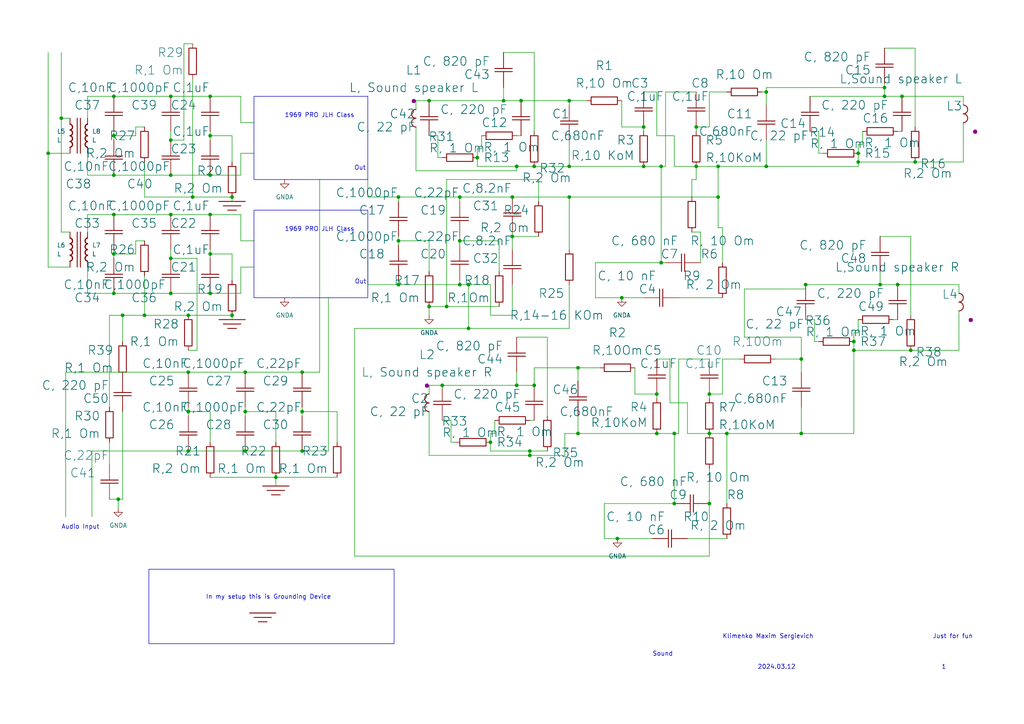
<source format=kicad_sch>
(kicad_sch (version 20231120) (generator "eeschema") (generator_version "8.0")
  (paper "A4")
  (lib_symbols
    (symbol "PCM_4ms_Power-symbol:GNDAudio" (power) (pin_numbers hide) (pin_names (offset 0) hide)
      (property "Value" "GNDAudio" (at 0 -3.81 0))
      (symbol "GNDAudio_1_1"
        (pin power_in line (at 0 0 270) (length 0) hide (name "GNDA") (number "1"))
      )
    )
    (symbol "PCM_Elektuur:L" (pin_numbers hide) (pin_names (offset 0) hide)
      (property "Reference" "L" (at 2.54 3.175 0))
      (property "Value" "L" (at 2.54 -3.175 0))
      (symbol "L_1_0"
        (pin passive line (at 0 5.08 270) (length 1.5748) (name "+") (number "1"))
        (pin passive line (at 0 -5.08 90) (length 1.5748) (name "-") (number "2"))
      )
    )
    (symbol "PCM_Generic:C,IEC" (pin_numbers hide) (pin_names (offset 0) hide)
      (property "Reference" "C" (at 2.54 2.54 0))
      (property "Value" "C,IEC" (at 2.54 -2.54 0))
      (property "Indicator" "+" (at -2.54 2.54 0))
      (symbol "C,IEC_1_1"
        (pin passive line (at 0 5.08 270) (length 4.6228) (name "+") (number "1"))
        (pin passive line (at 0 -5.08 90) (length 4.6228) (name "-") (number "2"))
      )
    )
    (symbol "PCM_Generic:L,current,IEC" (pin_numbers hide) (pin_names (offset 0) hide)
      (property "Reference" "L" (at 2.54 2.54 0))
      (property "Value" "L,current,IEC" (at 2.54 -2.54 0))
      (property "Indicator" "●" (at -1.27 1.27 0))
      (symbol "L,current,IEC_1_1"
        (pin passive line (at 0 2.54 0) (length 0) (name "+") (number "1"))
        (pin passive line (at 0 -2.54 0) (length 0) (name "-") (number "2"))
      )
    )
    (symbol "PCM_Generic:L-core,IEEE" (pin_numbers hide) (pin_names (offset 0) hide))
    (symbol "PCM_Generic:P,E" (power) (pin_numbers hide) (pin_names (offset 3.81))
      (symbol "P,E_1_1"
        (pin power_in line (at 0 0 0) (length 0) hide (name "E") (number "0"))
      )
    )
    (symbol "PCM_Generic:R,IEC" (pin_numbers hide) (pin_names (offset 0) hide)
      (property "Reference" "R" (at 2.54 2.54 0))
      (property "Value" "R,IEC" (at 2.54 -2.54 0))
      (symbol "R,IEC_1_1"
        (pin passive line (at 0 5.08 270) (length 1.27) (name "+") (number "1"))
        (pin passive line (at 0 -5.08 90) (length 1.27) (name "-") (number "2"))
      )
    )
  )
  (junction (at 33.02 50.8))
  (junction (at 167.64 125.73))
  (junction (at 205.74 114.3))
  (junction (at 165.1 48.26))
  (junction (at 49.53 50.8))
  (junction (at 201.93 36.83))
  (junction (at 191.77 48.26))
  (junction (at 60.96 73.66))
  (junction (at 49.53 74.93))
  (junction (at 13.97 44.45))
  (junction (at 41.91 91.44))
  (junction (at 264.16 101.6))
  (junction (at 129.54 88.9))
  (junction (at 195.58 125.73))
  (junction (at 165.1 57.15))
  (junction (at 49.53 62.23))
  (junction (at 190.5 125.73))
  (junction (at 54.61 107.95))
  (junction (at 135.89 82.55))
  (junction (at 247.65 99.06))
  (junction (at 191.77 76.2))
  (junction (at 195.58 146.05))
  (junction (at 201.93 48.26))
  (junction (at 148.59 57.15))
  (junction (at 115.57 57.15))
  (junction (at 233.68 82.55))
  (junction (at 138.43 45.72))
  (junction (at 60.96 27.94))
  (junction (at 142.24 128.27))
  (junction (at 35.56 91.44))
  (junction (at 17.78 34.29))
  (junction (at 115.57 82.55))
  (junction (at 71.12 119.38))
  (junction (at 34.29 144.78))
  (junction (at 149.86 48.26))
  (junction (at 87.63 119.38))
  (junction (at 49.53 40.64))
  (junction (at 60.96 50.8))
  (junction (at 190.5 114.3))
  (junction (at 133.35 82.55))
  (junction (at 135.89 95.25))
  (junction (at 33.02 39.37))
  (junction (at 222.25 48.26))
  (junction (at 248.92 44.45))
  (junction (at 80.01 138.43))
  (junction (at 255.27 82.55))
  (junction (at 71.12 130.81))
  (junction (at 71.12 107.95))
  (junction (at 179.07 156.21))
  (junction (at 49.53 27.94))
  (junction (at 222.25 26.67))
  (junction (at 60.96 39.37))
  (junction (at 208.28 57.15))
  (junction (at 146.05 29.21))
  (junction (at 115.57 69.85))
  (junction (at 186.69 48.26))
  (junction (at 33.02 27.94))
  (junction (at 232.41 104.14))
  (junction (at 205.74 146.05))
  (junction (at 260.35 82.55))
  (junction (at 133.35 57.15))
  (junction (at 265.43 46.99))
  (junction (at 210.82 125.73))
  (junction (at 186.69 36.83))
  (junction (at 87.63 107.95))
  (junction (at 208.28 48.26))
  (junction (at 154.94 111.76))
  (junction (at 54.61 119.38))
  (junction (at 54.61 91.44))
  (junction (at 154.94 48.26))
  (junction (at 124.46 88.9))
  (junction (at 67.31 91.44))
  (junction (at 247.65 101.6))
  (junction (at 87.63 130.81))
  (junction (at 54.61 130.81))
  (junction (at 60.96 85.09))
  (junction (at 167.64 106.68))
  (junction (at 33.02 62.23))
  (junction (at 55.88 57.15))
  (junction (at 153.67 130.81))
  (junction (at 49.53 85.09))
  (junction (at 256.54 25.4))
  (junction (at 151.13 29.21))
  (junction (at 205.74 125.73))
  (junction (at 180.34 86.36))
  (junction (at 33.02 73.66))
  (junction (at 128.27 111.76))
  (junction (at 248.92 46.99))
  (junction (at 165.1 29.21))
  (junction (at 133.35 69.85))
  (junction (at 261.62 27.94))
  (junction (at 124.46 29.21))
  (junction (at 256.54 27.94))
  (junction (at 153.67 132.08))
  (junction (at 149.86 111.76))
  (junction (at 232.41 125.73))
  (junction (at 33.02 85.09))
  (junction (at 148.59 68.58))
  (junction (at 60.96 62.23))
  (junction (at 67.31 57.15))
  (wire (pts (xy 148.59 68.58) (xy 148.59 72.39)))
  (wire (pts (xy 146.05 29.21) (xy 151.13 29.21)))
  (wire (pts (xy 25.4 34.29) (xy 25.4 27.94)))
  (wire (pts (xy 120.65 49.53) (xy 149.86 49.53)))
  (wire (pts (xy 247.65 99.06) (xy 247.65 101.6)))
  (wire (pts (xy 184.15 114.3) (xy 190.5 114.3)))
  (wire (pts (xy 236.22 99.06) (xy 236.22 92.71)))
  (wire (pts (xy 222.25 40.64) (xy 222.25 48.26)))
  (wire (pts (xy 210.82 125.73) (xy 210.82 146.05)))
  (wire (pts (xy 133.35 82.55) (xy 115.57 82.55)))
  (wire (pts (xy 120.65 29.21) (xy 124.46 29.21)))
  (wire (pts (xy 255.27 82.55) (xy 260.35 82.55)))
  (wire (pts (xy 133.35 57.15) (xy 148.59 57.15)))
  (wire (pts (xy 237.49 44.45) (xy 238.76 44.45)))
  (wire (pts (xy 13.97 15.24) (xy 13.97 44.45)))
  (wire (pts (xy 31.75 118.11) (xy 31.75 91.44)))
  (wire (pts (xy 248.92 92.71) (xy 248.92 96.52)))
  (wire (pts (xy 133.35 81.28) (xy 133.35 82.55)))
  (wire (pts (xy 120.65 31.75) (xy 120.65 29.21)))
  (wire (pts (xy 133.35 68.58) (xy 133.35 69.85)))
  (wire (pts (xy 135.89 82.55) (xy 133.35 82.55)))
  (wire (pts (xy 25.4 77.47) (xy 25.4 85.09)))
  (wire (pts (xy 149.86 111.76) (xy 154.94 111.76)))
  (wire (pts (xy 87.63 107.95) (xy 92.71 107.95)))
  (wire (pts (xy 222.25 26.67) (xy 222.25 30.48)))
  (wire (pts (xy 49.53 62.23) (xy 60.96 62.23)))
  (wire (pts (xy 54.61 91.44) (xy 67.31 91.44)))
  (wire (pts (xy 60.96 138.43) (xy 80.01 138.43)))
  (wire (pts (xy 67.31 57.15) (xy 67.31 58.42)))
  (wire (pts (xy 87.63 119.38) (xy 87.63 120.65)))
  (wire (pts (xy 26.67 130.81) (xy 26.67 149.86)))
  (wire (pts (xy 49.53 50.8) (xy 60.96 50.8)))
  (wire (pts (xy 191.77 48.26) (xy 191.77 76.2)))
  (wire (pts (xy 167.64 106.68) (xy 167.64 110.49)))
  (wire (pts (xy 209.55 66.04) (xy 208.28 66.04)))
  (wire (pts (xy 49.53 72.39) (xy 49.53 74.93)))
  (wire (pts (xy 124.46 69.85) (xy 124.46 78.74)))
  (wire (pts (xy 124.46 88.9) (xy 124.46 91.44)))
  (wire (pts (xy 209.55 114.3) (xy 205.74 114.3)))
  (wire (pts (xy 248.92 46.99) (xy 265.43 46.99)))
  (wire (pts (xy 102.87 95.25) (xy 135.89 95.25)))
  (wire (pts (xy 39.37 39.37) (xy 33.02 39.37)))
  (wire (pts (xy 180.34 36.83) (xy 180.34 29.21)))
  (wire (pts (xy 205.74 26.67) (xy 205.74 36.83)))
  (wire (pts (xy 148.59 91.44) (xy 148.59 82.55)))
  (wire (pts (xy 25.4 67.31) (xy 25.4 62.23)))
  (wire (pts (xy 195.58 146.05) (xy 195.58 125.73)))
  (wire (pts (xy 142.24 130.81) (xy 153.67 130.81)))
  (wire (pts (xy 186.69 36.83) (xy 186.69 38.1)))
  (wire (pts (xy 120.65 36.83) (xy 120.65 49.53)))
  (wire (pts (xy 199.39 125.73) (xy 205.74 125.73)))
  (wire (pts (xy 60.96 73.66) (xy 60.96 74.93)))
  (wire (pts (xy 205.74 36.83) (xy 201.93 36.83)))
  (wire (pts (xy 39.37 69.85) (xy 41.91 69.85)))
  (wire (pts (xy 142.24 128.27) (xy 142.24 130.81)))
  (wire (pts (xy 205.74 104.14) (xy 196.85 104.14)))
  (wire (pts (xy 25.4 27.94) (xy 33.02 27.94)))
  (wire (pts (xy 163.83 125.73) (xy 163.83 132.08)))
  (wire (pts (xy 35.56 91.44) (xy 35.56 99.06)))
  (wire (pts (xy 190.5 39.37) (xy 195.58 39.37)))
  (wire (pts (xy 232.41 104.14) (xy 232.41 107.95)))
  (wire (pts (xy 163.83 125.73) (xy 167.64 125.73)))
  (wire (pts (xy 201.93 52.07) (xy 200.66 52.07)))
  (wire (pts (xy 232.41 104.14) (xy 232.41 97.79)))
  (wire (pts (xy 264.16 68.58) (xy 264.16 91.44)))
  (wire (pts (xy 179.07 156.21) (xy 189.23 156.21)))
  (wire (pts (xy 200.66 52.07) (xy 200.66 57.15)))
  (wire (pts (xy 34.29 147.32) (xy 34.29 144.78)))
  (wire (pts (xy 154.94 48.26) (xy 165.1 48.26)))
  (wire (pts (xy 33.02 50.8) (xy 49.53 50.8)))
  (wire (pts (xy 201.93 36.83) (xy 201.93 38.1)))
  (wire (pts (xy 265.43 13.97) (xy 265.43 36.83)))
  (wire (pts (xy 153.67 130.81) (xy 158.75 130.81)))
  (wire (pts (xy 250.19 41.91) (xy 248.92 41.91)))
  (wire (pts (xy 248.92 48.26) (xy 248.92 46.99)))
  (wire (pts (xy 172.72 76.2) (xy 191.77 76.2)))
  (wire (pts (xy 115.57 57.15) (xy 115.57 58.42)))
  (wire (pts (xy 167.64 106.68) (xy 173.99 106.68)))
  (wire (pts (xy 196.85 86.36) (xy 209.55 86.36)))
  (wire (pts (xy 222.25 48.26) (xy 248.92 48.26)))
  (wire (pts (xy 57.15 101.6) (xy 57.15 74.93)))
  (wire (pts (xy 195.58 48.26) (xy 201.93 48.26)))
  (wire (pts (xy 53.34 40.64) (xy 49.53 40.64)))
  (wire (pts (xy 210.82 26.67) (xy 205.74 26.67)))
  (wire (pts (xy 60.96 128.27) (xy 60.96 119.38)))
  (wire (pts (xy 67.31 46.99) (xy 67.31 39.37)))
  (wire (pts (xy 248.92 41.91) (xy 248.92 44.45)))
  (wire (pts (xy 146.05 25.4) (xy 146.05 29.21)))
  (wire (pts (xy 97.79 119.38) (xy 87.63 119.38)))
  (wire (pts (xy 33.02 39.37) (xy 33.02 40.64)))
  (wire (pts (xy 259.08 92.71) (xy 260.35 92.71)))
  (wire (pts (xy 127 45.72) (xy 127 39.37)))
  (wire (pts (xy 156.21 58.42) (xy 156.21 52.07)))
  (wire (pts (xy 255.27 68.58) (xy 264.16 68.58)))
  (wire (pts (xy 195.58 125.73) (xy 190.5 125.73)))
  (wire (pts (xy 60.96 119.38) (xy 54.61 119.38)))
  (wire (pts (xy 208.28 48.26) (xy 222.25 48.26)))
  (wire (pts (xy 127 45.72) (xy 128.27 45.72)))
  (wire (pts (xy 149.86 49.53) (xy 149.86 48.26)))
  (wire (pts (xy 142.24 82.55) (xy 142.24 91.44)))
  (wire (pts (xy 205.74 125.73) (xy 210.82 125.73)))
  (wire (pts (xy 180.34 86.36) (xy 186.69 86.36)))
  (wire (pts (xy 95.25 86.36) (xy 95.25 130.81)))
  (wire (pts (xy 115.57 82.55) (xy 106.68 82.55)))
  (wire (pts (xy 130.81 121.92) (xy 128.27 121.92)))
  (wire (pts (xy 25.4 85.09) (xy 33.02 85.09)))
  (wire (pts (xy 180.34 36.83) (xy 186.69 36.83)))
  (wire (pts (xy 146.05 15.24) (xy 154.94 15.24)))
  (wire (pts (xy 54.61 107.95) (xy 71.12 107.95)))
  (wire (pts (xy 115.57 69.85) (xy 115.57 71.12)))
  (wire (pts (xy 203.2 67.31) (xy 200.66 67.31)))
  (wire (pts (xy 265.43 46.99) (xy 279.4 46.99)))
  (wire (pts (xy 67.31 91.44) (xy 67.31 92.71)))
  (wire (pts (xy 133.35 57.15) (xy 133.35 58.42)))
  (wire (pts (xy 17.78 34.29) (xy 17.78 15.24)))
  (wire (pts (xy 124.46 111.76) (xy 128.27 111.76)))
  (wire (pts (xy 55.88 57.15) (xy 67.31 57.15)))
  (wire (pts (xy 17.78 67.31) (xy 17.78 34.29)))
  (wire (pts (xy 80.01 138.43) (xy 97.79 138.43)))
  (wire (pts (xy 165.1 82.55) (xy 165.1 95.25)))
  (wire (pts (xy 60.96 85.09) (xy 69.85 85.09)))
  (wire (pts (xy 191.77 48.26) (xy 186.69 48.26)))
  (wire (pts (xy 247.65 101.6) (xy 264.16 101.6)))
  (wire (pts (xy 165.1 57.15) (xy 208.28 57.15)))
  (wire (pts (xy 256.54 25.4) (xy 222.25 25.4)))
  (wire (pts (xy 156.21 52.07) (xy 129.54 52.07)))
  (wire (pts (xy 233.68 82.55) (xy 255.27 82.55)))
  (wire (pts (xy 41.91 57.15) (xy 55.88 57.15)))
  (wire (pts (xy 214.63 104.14) (xy 209.55 104.14)))
  (wire (pts (xy 53.34 12.7) (xy 53.34 40.64)))
  (wire (pts (xy 39.37 39.37) (xy 39.37 36.83)))
  (wire (pts (xy 71.12 118.11) (xy 71.12 119.38)))
  (wire (pts (xy 124.46 29.21) (xy 146.05 29.21)))
  (wire (pts (xy 71.12 107.95) (xy 87.63 107.95)))
  (wire (pts (xy 80.01 119.38) (xy 71.12 119.38)))
  (wire (pts (xy 165.1 29.21) (xy 170.18 29.21)))
  (wire (pts (xy 124.46 119.38) (xy 124.46 132.08)))
  (wire (pts (xy 67.31 73.66) (xy 60.96 73.66)))
  (wire (pts (xy 165.1 72.39) (xy 165.1 57.15)))
  (wire (pts (xy 60.96 38.1) (xy 60.96 39.37)))
  (wire (pts (xy 39.37 73.66) (xy 39.37 69.85)))
  (wire (pts (xy 19.05 107.95) (xy 19.05 149.86)))
  (wire (pts (xy 203.2 67.31) (xy 203.2 76.2)))
  (wire (pts (xy 209.55 104.14) (xy 209.55 114.3)))
  (wire (pts (xy 106.68 82.55) (xy 106.68 72.39)))
  (wire (pts (xy 54.61 130.81) (xy 71.12 130.81)))
  (wire (pts (xy 215.9 97.79) (xy 215.9 83.82)))
  (wire (pts (xy 129.54 52.07) (xy 129.54 88.9)))
  (wire (pts (xy 165.1 95.25) (xy 135.89 95.25)))
  (wire (pts (xy 261.62 27.94) (xy 279.4 27.94)))
  (wire (pts (xy 13.97 44.45) (xy 20.32 44.45)))
  (wire (pts (xy 154.94 106.68) (xy 167.64 106.68)))
  (wire (pts (xy 144.78 88.9) (xy 129.54 88.9)))
  (wire (pts (xy 135.89 82.55) (xy 142.24 82.55)))
  (wire (pts (xy 97.79 128.27) (xy 97.79 119.38)))
  (wire (pts (xy 35.56 91.44) (xy 41.91 91.44)))
  (wire (pts (xy 139.7 39.37) (xy 139.7 43.18)))
  (wire (pts (xy 208.28 57.15) (xy 208.28 66.04)))
  (wire (pts (xy 102.87 161.29) (xy 102.87 95.25)))
  (wire (pts (xy 260.35 38.1) (xy 261.62 38.1)))
  (wire (pts (xy 33.02 72.39) (xy 33.02 73.66)))
  (wire (pts (xy 255.27 78.74) (xy 255.27 82.55)))
  (wire (pts (xy 92.71 52.07) (xy 92.71 107.95)))
  (wire (pts (xy 153.67 121.92) (xy 154.94 121.92)))
  (wire (pts (xy 186.69 26.67) (xy 190.5 26.67)))
  (wire (pts (xy 143.51 121.92) (xy 143.51 125.73)))
  (wire (pts (xy 60.96 50.8) (xy 69.85 50.8)))
  (wire (pts (xy 115.57 69.85) (xy 124.46 69.85)))
  (wire (pts (xy 234.95 27.94) (xy 256.54 27.94)))
  (wire (pts (xy 205.74 114.3) (xy 205.74 115.57)))
  (wire (pts (xy 69.85 50.8) (xy 69.85 44.45)))
  (wire (pts (xy 33.02 85.09) (xy 49.53 85.09)))
  (wire (pts (xy 124.46 114.3) (xy 124.46 111.76)))
  (wire (pts (xy 154.94 106.68) (xy 154.94 111.76)))
  (wire (pts (xy 278.13 90.17) (xy 278.13 101.6)))
  (wire (pts (xy 69.85 35.56) (xy 73.66 35.56)))
  (wire (pts (xy 49.53 27.94) (xy 60.96 27.94)))
  (wire (pts (xy 115.57 57.15) (xy 133.35 57.15)))
  (wire (pts (xy 35.56 144.78) (xy 34.29 144.78)))
  (wire (pts (xy 130.81 128.27) (xy 130.81 121.92)))
  (wire (pts (xy 165.1 29.21) (xy 165.1 30.48)))
  (wire (pts (xy 69.85 44.45) (xy 73.66 44.45)))
  (wire (pts (xy 67.31 39.37) (xy 60.96 39.37)))
  (wire (pts (xy 201.93 48.26) (xy 208.28 48.26)))
  (wire (pts (xy 175.26 146.05) (xy 175.26 156.21)))
  (wire (pts (xy 232.41 118.11) (xy 232.41 125.73)))
  (wire (pts (xy 69.85 27.94) (xy 69.85 35.56)))
  (wire (pts (xy 129.54 88.9) (xy 124.46 88.9)))
  (wire (pts (xy 148.59 67.31) (xy 148.59 68.58)))
  (wire (pts (xy 237.49 38.1) (xy 234.95 38.1)))
  (wire (pts (xy 80.01 128.27) (xy 80.01 119.38)))
  (wire (pts (xy 143.51 125.73) (xy 142.24 125.73)))
  (wire (pts (xy 142.24 125.73) (xy 142.24 128.27)))
  (wire (pts (xy 20.32 34.29) (xy 17.78 34.29)))
  (wire (pts (xy 153.67 132.08) (xy 153.67 130.81)))
  (wire (pts (xy 191.77 76.2) (xy 193.04 76.2)))
  (wire (pts (xy 106.68 52.07) (xy 106.68 57.15)))
  (wire (pts (xy 71.12 119.38) (xy 71.12 120.65)))
  (wire (pts (xy 31.75 91.44) (xy 35.56 91.44)))
  (wire (pts (xy 26.67 130.81) (xy 54.61 130.81)))
  (wire (pts (xy 250.19 38.1) (xy 250.19 41.91)))
  (wire (pts (xy 130.81 128.27) (xy 132.08 128.27)))
  (wire (pts (xy 60.96 62.23) (xy 69.85 62.23)))
  (wire (pts (xy 247.65 96.52) (xy 247.65 99.06)))
  (wire (pts (xy 205.74 146.05) (xy 205.74 135.89)))
  (wire (pts (xy 25.4 62.23) (xy 33.02 62.23)))
  (wire (pts (xy 232.41 125.73) (xy 247.65 125.73)))
  (wire (pts (xy 60.96 39.37) (xy 60.96 40.64)))
  (wire (pts (xy 279.4 35.56) (xy 279.4 46.99)))
  (wire (pts (xy 148.59 57.15) (xy 165.1 57.15)))
  (wire (pts (xy 138.43 43.18) (xy 138.43 45.72)))
  (wire (pts (xy 149.86 97.79) (xy 158.75 97.79)))
  (wire (pts (xy 194.31 116.84) (xy 199.39 116.84)))
  (wire (pts (xy 193.04 26.67) (xy 193.04 48.26)))
  (wire (pts (xy 199.39 156.21) (xy 210.82 156.21)))
  (wire (pts (xy 139.7 43.18) (xy 138.43 43.18)))
  (wire (pts (xy 279.4 27.94) (xy 279.4 30.48)))
  (wire (pts (xy 60.96 27.94) (xy 69.85 27.94)))
  (wire (pts (xy 191.77 48.26) (xy 193.04 48.26)))
  (wire (pts (xy 41.91 91.44) (xy 54.61 91.44)))
  (wire (pts (xy 224.79 104.14) (xy 232.41 104.14)))
  (wire (pts (xy 144.78 69.85) (xy 133.35 69.85)))
  (wire (pts (xy 153.67 132.08) (xy 163.83 132.08)))
  (wire (pts (xy 33.02 62.23) (xy 49.53 62.23)))
  (wire (pts (xy 41.91 46.99) (xy 41.91 57.15)))
  (wire (pts (xy 248.92 96.52) (xy 247.65 96.52)))
  (wire (pts (xy 190.5 114.3) (xy 190.5 115.57)))
  (wire (pts (xy 236.22 99.06) (xy 237.49 99.06)))
  (wire (pts (xy 209.55 76.2) (xy 209.55 66.04)))
  (wire (pts (xy 20.32 77.47) (xy 13.97 77.47)))
  (wire (pts (xy 69.85 69.85) (xy 73.66 69.85)))
  (wire (pts (xy 34.29 144.78) (xy 31.75 144.78)))
  (wire (pts (xy 20.32 67.31) (xy 17.78 67.31)))
  (wire (pts (xy 149.86 39.37) (xy 151.13 39.37)))
  (wire (pts (xy 196.85 104.14) (xy 196.85 125.73)))
  (wire (pts (xy 87.63 130.81) (xy 95.25 130.81)))
  (wire (pts (xy 124.46 132.08) (xy 153.67 132.08)))
  (wire (pts (xy 175.26 146.05) (xy 195.58 146.05)))
  (wire (pts (xy 184.15 114.3) (xy 184.15 106.68)))
  (wire (pts (xy 13.97 44.45) (xy 13.97 77.47)))
  (wire (pts (xy 142.24 91.44) (xy 148.59 91.44)))
  (wire (pts (xy 194.31 104.14) (xy 194.31 116.84)))
  (wire (pts (xy 201.93 52.07) (xy 201.93 48.26)))
  (wire (pts (xy 199.39 116.84) (xy 199.39 125.73)))
  (wire (pts (xy 151.13 29.21) (xy 165.1 29.21)))
  (wire (pts (xy 208.28 48.26) (xy 208.28 57.15)))
  (wire (pts (xy 172.72 86.36) (xy 172.72 76.2)))
  (wire (pts (xy 33.02 73.66) (xy 33.02 74.93)))
  (wire (pts (xy 256.54 27.94) (xy 261.62 27.94)))
  (wire (pts (xy 49.53 85.09) (xy 60.96 85.09)))
  (wire (pts (xy 167.64 125.73) (xy 190.5 125.73)))
  (wire (pts (xy 236.22 92.71) (xy 233.68 92.71)))
  (wire (pts (xy 138.43 48.26) (xy 149.86 48.26)))
  (wire (pts (xy 154.94 15.24) (xy 154.94 38.1)))
  (wire (pts (xy 115.57 68.58) (xy 115.57 69.85)))
  (wire (pts (xy 135.89 95.25) (xy 135.89 82.55)))
  (wire (pts (xy 237.49 44.45) (xy 237.49 38.1)))
  (wire (pts (xy 25.4 44.45) (xy 25.4 50.8)))
  (wire (pts (xy 67.31 81.28) (xy 67.31 73.66)))
  (wire (pts (xy 190.5 104.14) (xy 194.31 104.14)))
  (wire (pts (xy 57.15 74.93) (xy 49.53 74.93)))
  (wire (pts (xy 165.1 48.26) (xy 186.69 48.26)))
  (wire (pts (xy 215.9 83.82) (xy 233.68 83.82)))
  (wire (pts (xy 31.75 128.27) (xy 31.75 134.62)))
  (wire (pts (xy 69.85 85.09) (xy 69.85 77.47)))
  (wire (pts (xy 102.87 161.29) (xy 205.74 161.29)))
  (wire (pts (xy 54.61 118.11) (xy 54.61 119.38)))
  (wire (pts (xy 158.75 97.79) (xy 158.75 120.65)))
  (wire (pts (xy 69.85 77.47) (xy 73.66 77.47)))
  (wire (pts (xy 260.35 82.55) (xy 278.13 82.55)))
  (wire (pts (xy 210.82 125.73) (xy 232.41 125.73)))
  (wire (pts (xy 167.64 120.65) (xy 167.64 125.73)))
  (wire (pts (xy 55.88 22.86) (xy 55.88 57.15)))
  (wire (pts (xy 172.72 86.36) (xy 180.34 86.36)))
  (wire (pts (xy 106.68 57.15) (xy 115.57 57.15)))
  (wire (pts (xy 264.16 101.6) (xy 278.13 101.6)))
  (wire (pts (xy 148.59 68.58) (xy 156.21 68.58)))
  (wire (pts (xy 35.56 119.38) (xy 35.56 144.78)))
  (wire (pts (xy 128.27 111.76) (xy 149.86 111.76)))
  (wire (pts (xy 256.54 24.13) (xy 256.54 25.4)))
  (wire (pts (xy 115.57 81.28) (xy 115.57 82.55)))
  (wire (pts (xy 39.37 73.66) (xy 33.02 73.66)))
  (wire (pts (xy 71.12 130.81) (xy 87.63 130.81)))
  (wire (pts (xy 232.41 97.79) (xy 215.9 97.79)))
  (wire (pts (xy 49.53 38.1) (xy 49.53 40.64)))
  (wire (pts (xy 220.98 26.67) (xy 222.25 26.67)))
  (wire (pts (xy 278.13 82.55) (xy 278.13 85.09)))
  (wire (pts (xy 39.37 36.83) (xy 41.91 36.83)))
  (wire (pts (xy 149.86 107.95) (xy 149.86 111.76)))
  (wire (pts (xy 144.78 78.74) (xy 144.78 69.85)))
  (wire (pts (xy 87.63 118.11) (xy 87.63 119.38)))
  (wire (pts (xy 25.4 50.8) (xy 33.02 50.8)))
  (wire (pts (xy 69.85 62.23) (xy 69.85 69.85)))
  (wire (pts (xy 33.02 38.1) (xy 33.02 39.37)))
  (wire (pts (xy 60.96 72.39) (xy 60.96 73.66)))
  (wire (pts (xy 256.54 25.4) (xy 256.54 27.94)))
  (wire (pts (xy 127 39.37) (xy 124.46 39.37)))
  (wire (pts (xy 201.93 26.67) (xy 193.04 26.67)))
  (wire (pts (xy 33.02 27.94) (xy 49.53 27.94)))
  (wire (pts (xy 205.74 161.29) (xy 205.74 146.05)))
  (wire (pts (xy 233.68 83.82) (xy 233.68 82.55)))
  (wire (pts (xy 195.58 39.37) (xy 195.58 48.26)))
  (wire (pts (xy 54.61 101.6) (xy 57.15 101.6)))
  (wire (pts (xy 138.43 45.72) (xy 138.43 48.26)))
  (wire (pts (xy 247.65 101.6) (xy 247.65 125.73)))
  (wire (pts (xy 41.91 80.01) (xy 41.91 91.44)))
  (wire (pts (xy 222.25 25.4) (xy 222.25 26.67)))
  (wire (pts (xy 175.26 156.21) (xy 179.07 156.21)))
  (wire (pts (xy 54.61 119.38) (xy 54.61 120.65)))
  (wire (pts (xy 149.86 48.26) (xy 154.94 48.26)))
  (wire (pts (xy 190.5 26.67) (xy 190.5 39.37)))
  (wire (pts (xy 80.01 138.43) (xy 80.01 140.97)))
  (wire (pts (xy 165.1 48.26) (xy 165.1 40.64)))
  (wire (pts (xy 196.85 125.73) (xy 195.58 125.73)))
  (wire (pts (xy 133.35 69.85) (xy 133.35 71.12)))
  (wire (pts (xy 19.05 107.95) (xy 54.61 107.95)))
  (wire (pts (xy 248.92 44.45) (xy 248.92 46.99)))
  (wire (pts (xy 55.88 12.7) (xy 53.34 12.7)))
  (wire (pts (xy 256.54 13.97) (xy 265.43 13.97)))
  (rectangle (start 73.66 27.94) (end 106.68 52.07))
  (rectangle (start 43.18 165.1) (end 114.3 186.69))
  (rectangle (start 73.66 60.96) (end 106.68 86.36))
  (text "Just for fun \n" (at 270.51 185.42 0) (effects (font (size 1.27 1.27)) (justify left bottom)))
  (text "Sound\n" (at 189.23 190.5 0) (effects (font (size 1.27 1.27)) (justify left bottom)))
  (text "Out\n" (at 102.87 82.55 0) (effects (font (size 1.27 1.27)) (justify left bottom)))
  (text "Klimenko Maxim Sergievich" (at 209.55 185.42 0) (effects (font (size 1.27 1.27)) (justify left bottom)))
  (text "In my setup this is Grounding Device" (at 59.69 173.99 0) (effects (font (size 1.27 1.27)) (justify left bottom)))
  (text "Out\n" (at 102.7308 49.5443 0) (effects (font (size 1.27 1.27)) (justify left bottom)))
  (text "1969 PRO JLH Class" (at 82.55 34.29 0) (effects (font (size 1.27 1.27)) (justify left bottom)))
  (text "2024.03.12\n" (at 219.71 194.31 0) (effects (font (size 1.27 1.27)) (justify left bottom)))
  (text "Audio Input\n" (at 17.78 153.67 0) (effects (font (size 1.27 1.27)) (justify left bottom)))
  (text "1969 PRO JLH Class" (at 82.55 67.31 0) (effects (font (size 1.27 1.27)) (justify left bottom)))
  (text "1" (at 273.05 194.31 0) (effects (font (size 1.27 1.27)) (justify left bottom)))
  (symbol (lib_id "PCM_Generic:R,IEC") (at 264.16 96.52 0) (mirror x) (unit 1)
    (property "Reference" "R38" (at 273.304 102.108 0) (effects (font (size 2.54 2.54)) (justify right)))
    (property "Value" "R,2 Om" (at 275.082 104.902 0) (effects (font (size 2.54 2.54)) (justify right)))
    (property "Indicator" "+" (effects (hide yes)))
  )
  (symbol (lib_id "PCM_Generic:C,IEC") (at 167.64 115.57 0) (mirror y) (unit 1)
    (property "Reference" "C46" (at 167.894 113.03 0) (effects (font (size 2.54 2.54)) (justify left)))
    (property "Value" "C,680nF" (at 178.054 119.38 0) (effects (font (size 2.54 2.54)) (justify left)))
  )
  (symbol (lib_id "PCM_Generic:L,current,IEC") (at 278.13 87.63 0) (unit 1)
    (property "Reference" "L4" (at 273.05 85.344 0) (effects (font (size 2.54 2.54)) (justify left)))
    (property "Value" "L,Sound speaker R" (at 242.062 77.47 0) (effects (font (size 2.54 2.54)) (justify left)))
    (property "Indicator" "●" (at 280.67 92.71 0) (effects (justify left)))
  )
  (symbol (lib_id "PCM_4ms_Power-symbol:GNDAudio") (at 179.07 156.21 0) (unit 1)
    (property "Reference" "#PWR04" (effects (hide yes)))
    (property "Value" "GNDA" (at 179.07 161.29 0))
  )
  (symbol (lib_id "PCM_Generic:L-core,IEEE") (at 22.86 72.39 0) (unit 1)
    (property "Reference" "#SYM2" (effects (hide yes)))
    (property "Value" "L-core,IEEE" (effects (hide yes)))
  )
  (symbol (lib_id "PCM_Generic:C,IEC") (at 31.75 139.7 0) (mirror y) (unit 1)
    (property "Reference" "C41" (at 27.94 137.1599 0) (effects (font (size 2.54 2.54)) (justify left)))
    (property "Value" "C,22pF" (at 31.75 132.08 0) (effects (font (size 2.54 2.54)) (justify left)))
  )
  (symbol (lib_id "PCM_Generic:C,IEC") (at 60.96 33.02 0) (mirror y) (unit 1)
    (property "Reference" "C24" (at 57.15 30.4799 0) (effects (font (size 2.54 2.54)) (justify left)))
    (property "Value" "C,1uF" (at 60.96 25.4 0) (effects (font (size 2.54 2.54)) (justify left)))
  )
  (symbol (lib_id "PCM_Generic:C,IEC") (at 133.35 76.2 0) (mirror y) (unit 1)
    (property "Reference" "C20" (at 129.54 73.6599 0) (effects (font (size 2.54 2.54)) (justify left)))
    (property "Value" "C,22pF" (at 133.35 68.58 0) (effects (font (size 2.54 2.54)) (justify left)))
  )
  (symbol (lib_id "PCM_Elektuur:L") (at 20.32 39.37 0) (unit 1)
    (property "Reference" "L5" (at 16.51 38.1 0) (effects (justify left)))
    (property "Value" "L" (at 16.51 40.64 0) (effects (justify left)))
    (property "Indicator" "●" (effects (hide yes)))
    (property "Rating" "A" (effects (hide yes)))
  )
  (symbol (lib_id "PCM_Generic:R,IEC") (at 41.91 41.91 0) (mirror x) (unit 1)
    (property "Reference" "R27" (at 39.37 39.3699 0) (effects (font (size 2.54 2.54)) (justify right)))
    (property "Value" "R,2 Om" (at 39.37 44.4499 0) (effects (font (size 2.54 2.54)) (justify right)))
    (property "Indicator" "+" (effects (hide yes)))
  )
  (symbol (lib_id "PCM_Generic:R,IEC") (at 242.57 99.06 270) (unit 1)
    (property "Reference" "R36" (at 237.236 92.964 90) (effects (font (size 2.54 2.54))))
    (property "Value" "R, 1 Om" (at 241.808 96.266 90) (effects (font (size 2.54 2.54))))
    (property "Indicator" "+" (effects (hide yes)))
  )
  (symbol (lib_id "PCM_Generic:C,IEC") (at 146.05 20.32 0) (mirror x) (unit 1)
    (property "Reference" "C43" (at 142.24 21.59 0) (effects (font (size 2.54 2.54)) (justify right)))
    (property "Value" "C, 820 pF" (at 142.24 17.78 0) (effects (font (size 2.54 2.54)) (justify right)))
  )
  (symbol (lib_id "PCM_Generic:R,IEC") (at 201.93 43.18 0) (unit 1)
    (property "Reference" "R5" (at 204.47 40.6399 0) (effects (font (size 2.54 2.54)) (justify left)))
    (property "Value" "R,10KoM" (at 204.47 45.7199 0) (effects (font (size 2.54 2.54)) (justify left)))
    (property "Indicator" "+" (effects (hide yes)))
  )
  (symbol (lib_id "PCM_Generic:C,IEC") (at 33.02 45.72 0) (mirror y) (unit 1)
    (property "Reference" "C38" (at 26.67 53.34 0) (effects (font (size 2.54 2.54)) (justify left)))
    (property "Value" "C,10nF" (at 31.75 48.26 0) (effects (font (size 2.54 2.54)) (justify left)))
  )
  (symbol (lib_id "PCM_Generic:C,IEC") (at 115.57 63.5 0) (mirror y) (unit 1)
    (property "Reference" "C17" (at 111.76 60.9599 0) (effects (font (size 2.54 2.54)) (justify left)))
    (property "Value" "C,1000pF" (at 115.57 55.88 0) (effects (font (size 2.54 2.54)) (justify left)))
  )
  (symbol (lib_id "PCM_Generic:R,IEC") (at 67.31 52.07 0) (mirror x) (unit 1)
    (property "Reference" "R20" (at 64.77 49.5299 0) (effects (font (size 2.54 2.54)) (justify right)))
    (property "Value" "R,2 Om" (at 64.77 54.6099 0) (effects (font (size 2.54 2.54)) (justify right)))
    (property "Indicator" "+" (effects (hide yes)))
  )
  (symbol (lib_id "PCM_Elektuur:L") (at 25.4 39.37 0) (mirror y) (unit 1)
    (property "Reference" "L8" (at 29.21 38.1 0) (effects (justify left)))
    (property "Value" "L" (at 27.94 40.64 0) (effects (justify left)))
    (property "Indicator" "●" (effects (hide yes)))
    (property "Rating" "A" (effects (hide yes)))
  )
  (symbol (lib_id "PCM_Generic:R,IEC") (at 209.55 81.28 0) (mirror x) (unit 1)
    (property "Reference" "R9" (at 200.66 80.01 0) (effects (font (size 2.54 2.54))))
    (property "Value" "R, 2 Om" (at 207.01 82.55 0) (effects (font (size 2.54 2.54))))
    (property "Indicator" "+" (effects (hide yes)))
  )
  (symbol (lib_id "PCM_4ms_Power-symbol:GNDAudio") (at 34.29 147.32 0) (unit 1)
    (property "Reference" "#PWR09" (effects (hide yes)))
    (property "Value" "GNDA" (at 34.29 152.4 0))
  )
  (symbol (lib_id "PCM_Generic:R,IEC") (at 137.16 128.27 270) (unit 1)
    (property "Reference" "R33" (at 131.826 122.174 90) (effects (font (size 2.54 2.54))))
    (property "Value" "R, 1 Om" (at 136.398 125.476 90) (effects (font (size 2.54 2.54))))
    (property "Indicator" "+" (effects (hide yes)))
  )
  (symbol (lib_id "PCM_Generic:R,IEC") (at 35.56 104.14 0) (mirror x) (unit 1)
    (property "Reference" "R39" (at 33.02 101.5999 0) (effects (font (size 2.54 2.54)) (justify right)))
    (property "Value" "R,1 Om" (at 33.02 106.6799 0) (effects (font (size 2.54 2.54)) (justify right)))
    (property "Indicator" "+" (effects (hide yes)))
  )
  (symbol (lib_id "PCM_4ms_Power-symbol:GNDAudio") (at 82.55 52.07 0) (unit 1)
    (property "Reference" "#PWR01" (effects (hide yes)))
    (property "Value" "GNDA" (at 82.55 57.15 0))
  )
  (symbol (lib_id "PCM_Generic:C,IEC") (at 124.46 34.29 0) (unit 1)
    (property "Reference" "C42" (at 120.65 33.02 0) (effects (font (size 2.54 2.54)) (justify right)))
    (property "Value" "C, 22 pF" (at 120.65 36.83 0) (effects (font (size 2.54 2.54)) (justify right)))
  )
  (symbol (lib_id "PCM_Generic:R,IEC") (at 144.78 39.37 270) (mirror x) (unit 1)
    (property "Reference" "R13" (at 144.018 45.72 90) (effects (font (size 2.54 2.54))))
    (property "Value" "R, 1 Om" (at 148.336 42.672 90) (effects (font (size 2.54 2.54))))
    (property "Indicator" "+" (effects (hide yes)))
  )
  (symbol (lib_id "PCM_Generic:R,IEC") (at 179.07 106.68 90) (mirror x) (unit 1)
    (property "Reference" "R2" (at 179.07 96.52 90) (effects (font (size 2.54 2.54))))
    (property "Value" "R,10Om" (at 179.07 101.6 90) (effects (font (size 2.54 2.54))))
    (property "Indicator" "+" (effects (hide yes)))
  )
  (symbol (lib_id "PCM_Generic:P,E") (at 67.31 92.71 0) (unit 1)
    (property "Reference" "#PWR05" (effects (hide yes)))
    (property "Value" "E" (effects (hide yes)))
  )
  (symbol (lib_id "PCM_Generic:P,E") (at 80.01 140.97 0) (unit 1)
    (property "Reference" "#PWR07" (effects (hide yes)))
    (property "Value" "E" (effects (hide yes)))
  )
  (symbol (lib_id "PCM_4ms_Power-symbol:GNDAudio") (at 124.46 91.44 0) (unit 1)
    (property "Reference" "#PWR08" (effects (hide yes)))
    (property "Value" "GNDA" (at 124.46 96.52 0))
  )
  (symbol (lib_id "PCM_Generic:R,IEC") (at 265.43 41.91 0) (mirror x) (unit 1)
    (property "Reference" "R16" (at 274.574 47.498 0) (effects (font (size 2.54 2.54)) (justify right)))
    (property "Value" "R,2 Om" (at 276.352 50.292 0) (effects (font (size 2.54 2.54)) (justify right)))
    (property "Indicator" "+" (effects (hide yes)))
  )
  (symbol (lib_id "PCM_Generic:C,IEC") (at 115.57 76.2 0) (mirror y) (unit 1)
    (property "Reference" "C18" (at 111.76 73.6599 0) (effects (font (size 2.54 2.54)) (justify left)))
    (property "Value" "C,1000pF" (at 115.57 68.58 0) (effects (font (size 2.54 2.54)) (justify left)))
  )
  (symbol (lib_id "PCM_Generic:C,IEC") (at 255.27 73.66 0) (mirror x) (unit 1)
    (property "Reference" "C48" (at 251.46 74.93 0) (effects (font (size 2.54 2.54)) (justify right)))
    (property "Value" "C, 820 pF" (at 251.46 71.12 0) (effects (font (size 2.54 2.54)) (justify right)))
  )
  (symbol (lib_id "PCM_Generic:R,IEC") (at 186.69 43.18 0) (mirror y) (unit 1)
    (property "Reference" "R3" (at 184.15 40.64 0) (effects (font (size 2.54 2.54)) (justify left)))
    (property "Value" "R,10 KoM" (at 184.15 45.085 0) (effects (font (size 2.54 2.54)) (justify left)))
    (property "Indicator" "+" (effects (hide yes)))
  )
  (symbol (lib_id "PCM_Generic:C,IEC") (at 234.95 33.02 0) (unit 1)
    (property "Reference" "C14" (at 233.934 35.814 0) (effects (font (size 2.54 2.54)) (justify right)))
    (property "Value" "C, 22 pF" (at 234.696 39.37 0) (effects (font (size 2.54 2.54)) (justify right)))
  )
  (symbol (lib_id "PCM_Generic:R,IEC") (at 205.74 130.81 180) (unit 1)
    (property "Reference" "R8" (at 213.36 143.51 0) (effects (font (size 2.54 2.54))))
    (property "Value" "R, 10 Om" (at 208.28 138.43 0) (effects (font (size 2.54 2.54))))
    (property "Indicator" "+" (effects (hide yes)))
  )
  (symbol (lib_id "PCM_Generic:R,IEC") (at 97.79 133.35 0) (mirror x) (unit 1)
    (property "Reference" "R23" (at 95.25 130.8099 0) (effects (font (size 2.54 2.54)) (justify right)))
    (property "Value" "R,1 Om" (at 95.25 135.8899 0) (effects (font (size 2.54 2.54)) (justify right)))
    (property "Indicator" "+" (effects (hide yes)))
  )
  (symbol (lib_id "PCM_Generic:C,IEC") (at 49.53 67.31 0) (mirror y) (unit 1)
    (property "Reference" "C35" (at 45.72 64.7699 0) (effects (font (size 2.54 2.54)) (justify left)))
    (property "Value" "C,1000pF" (at 49.53 59.69 0) (effects (font (size 2.54 2.54)) (justify left)))
  )
  (symbol (lib_id "PCM_Generic:C,IEC") (at 200.66 146.05 270) (unit 1)
    (property "Reference" "C9" (at 199.39 143.51 90) (effects (font (size 2.54 2.54)) (justify right)))
    (property "Value" "C, 680 nF" (at 199.39 139.7 90) (effects (font (size 2.54 2.54)) (justify right)))
  )
  (symbol (lib_id "PCM_Generic:R,IEC") (at 144.78 83.82 0) (mirror x) (unit 1)
    (property "Reference" "R18" (at 142.24 81.2799 0) (effects (font (size 2.54 2.54)) (justify right)))
    (property "Value" "R,1Om" (at 142.24 86.3599 0) (effects (font (size 2.54 2.54)) (justify right)))
    (property "Indicator" "+" (effects (hide yes)))
  )
  (symbol (lib_id "PCM_Generic:C,IEC") (at 256.54 19.05 0) (mirror x) (unit 1)
    (property "Reference" "C15" (at 252.73 20.32 0) (effects (font (size 2.54 2.54)) (justify right)))
    (property "Value" "C, 820 pF" (at 252.73 16.51 0) (effects (font (size 2.54 2.54)) (justify right)))
  )
  (symbol (lib_id "PCM_Generic:C,IEC") (at 194.31 156.21 270) (unit 1)
    (property "Reference" "C6" (at 193.04 153.67 90) (effects (font (size 2.54 2.54)) (justify right)))
    (property "Value" "C, 10 nF" (at 193.04 149.86 90) (effects (font (size 2.54 2.54)) (justify right)))
  )
  (symbol (lib_id "PCM_4ms_Power-symbol:GNDAudio") (at 180.34 86.36 0) (unit 1)
    (property "Reference" "#PWR03" (effects (hide yes)))
    (property "Value" "GNDA" (at 180.34 91.44 0))
  )
  (symbol (lib_id "PCM_Generic:C,IEC") (at 191.77 86.36 270) (unit 1)
    (property "Reference" "C4" (at 190.5 83.82 90) (effects (font (size 2.54 2.54)) (justify right)))
    (property "Value" "C, 10 nF" (at 190.5 80.01 90) (effects (font (size 2.54 2.54)) (justify right)))
  )
  (symbol (lib_id "PCM_Generic:C,IEC") (at 71.12 125.73 0) (mirror y) (unit 1)
    (property "Reference" "C28" (at 67.31 123.1899 0) (effects (font (size 2.54 2.54)) (justify left)))
    (property "Value" "C,1000pF" (at 71.12 118.11 0) (effects (font (size 2.54 2.54)) (justify left)))
  )
  (symbol (lib_id "PCM_Generic:R,IEC") (at 205.74 120.65 0) (unit 1)
    (property "Reference" "R7" (at 208.28 118.1099 0) (effects (font (size 2.54 2.54)) (justify left)))
    (property "Value" "R,10KoM" (at 208.28 123.1899 0) (effects (font (size 2.54 2.54)) (justify left)))
    (property "Indicator" "+" (effects (hide yes)))
  )
  (symbol (lib_id "PCM_Generic:L-core,IEEE") (at 22.86 39.37 0) (unit 1)
    (property "Reference" "#SYM1" (effects (hide yes)))
    (property "Value" "L-core,IEEE" (effects (hide yes)))
  )
  (symbol (lib_id "PCM_Generic:R,IEC") (at 210.82 151.13 0) (mirror x) (unit 1)
    (property "Reference" "R10" (at 201.93 149.86 0) (effects (font (size 2.54 2.54))))
    (property "Value" "R, 2 Om" (at 208.28 152.4 0) (effects (font (size 2.54 2.54))))
    (property "Indicator" "+" (effects (hide yes)))
  )
  (symbol (lib_id "PCM_Generic:R,IEC") (at 200.66 62.23 180) (unit 1)
    (property "Reference" "R6" (at 205.74 73.66 0) (effects (font (size 2.54 2.54))))
    (property "Value" "R, 10 Om" (at 209.55 69.85 0) (effects (font (size 2.54 2.54))))
    (property "Indicator" "+" (effects (hide yes)))
  )
  (symbol (lib_id "PCM_Generic:C,IEC") (at 133.35 63.5 0) (mirror y) (unit 1)
    (property "Reference" "C19" (at 129.54 60.9599 0) (effects (font (size 2.54 2.54)) (justify left)))
    (property "Value" "C,22pF" (at 133.35 55.88 0) (effects (font (size 2.54 2.54)) (justify left)))
  )
  (symbol (lib_id "PCM_Generic:R,IEC") (at 55.88 17.78 0) (mirror x) (unit 1)
    (property "Reference" "R29" (at 53.34 15.2399 0) (effects (font (size 2.54 2.54)) (justify right)))
    (property "Value" "R,1 Om" (at 53.34 20.3199 0) (effects (font (size 2.54 2.54)) (justify right)))
    (property "Indicator" "+" (effects (hide yes)))
  )
  (symbol (lib_id "PCM_Generic:C,IEC") (at 87.63 113.03 0) (mirror y) (unit 1)
    (property "Reference" "C29" (at 83.82 110.4899 0) (effects (font (size 2.54 2.54)) (justify left)))
    (property "Value" "C,22pF" (at 87.63 105.41 0) (effects (font (size 2.54 2.54)) (justify left)))
  )
  (symbol (lib_id "PCM_Generic:C,IEC") (at 60.96 45.72 0) (mirror y) (unit 1)
    (property "Reference" "C23" (at 57.15 43.1799 0) (effects (font (size 2.54 2.54)) (justify left)))
    (property "Value" "C,1uF" (at 60.96 38.1 0) (effects (font (size 2.54 2.54)) (justify left)))
  )
  (symbol (lib_id "PCM_Generic:R,IEC") (at 60.96 133.35 0) (mirror x) (unit 1)
    (property "Reference" "R21" (at 58.42 130.8099 0) (effects (font (size 2.54 2.54)) (justify right)))
    (property "Value" "R,2 Om" (at 58.42 135.8899 0) (effects (font (size 2.54 2.54)) (justify right)))
    (property "Indicator" "+" (effects (hide yes)))
  )
  (symbol (lib_id "PCM_Generic:L,current,IEC") (at 120.65 34.29 0) (mirror y) (unit 1)
    (property "Reference" "L1" (at 120.0177 20.32 0) (effects (font (size 2.54 2.54))))
    (property "Value" "L, Sound speaker L" (at 120.0177 25.4 0) (effects (font (size 2.54 2.54))))
    (property "Indicator" "●" (at 120.0177 29.21 0))
  )
  (symbol (lib_id "PCM_Generic:C,IEC") (at 60.96 67.31 0) (mirror y) (unit 1)
    (property "Reference" "C22" (at 57.15 64.7699 0) (effects (font (size 2.54 2.54)) (justify left)))
    (property "Value" "C,1uF" (at 60.96 59.69 0) (effects (font (size 2.54 2.54)) (justify left)))
  )
  (symbol (lib_id "PCM_Generic:R,IEC") (at 154.94 43.18 0) (mirror x) (unit 1)
    (property "Reference" "R32" (at 164.084 48.768 0) (effects (font (size 2.54 2.54)) (justify right)))
    (property "Value" "R,2 Om" (at 165.862 51.562 0) (effects (font (size 2.54 2.54)) (justify right)))
    (property "Indicator" "+" (effects (hide yes)))
  )
  (symbol (lib_id "PCM_Generic:C,IEC") (at 186.69 31.75 0) (mirror y) (unit 1)
    (property "Reference" "C3" (at 182.88 24.13 0) (effects (font (size 2.54 2.54)) (justify right)))
    (property "Value" "C,1uF" (at 181.61 27.94 0) (effects (font (size 2.54 2.54)) (justify right)))
  )
  (symbol (lib_id "PCM_Generic:C,IEC") (at 222.25 35.56 0) (unit 1)
    (property "Reference" "C11" (at 218.44 33.0199 0) (effects (font (size 2.54 2.54)) (justify right)))
    (property "Value" "C,680nF" (at 218.44 38.0999 0) (effects (font (size 2.54 2.54)) (justify right)))
  )
  (symbol (lib_id "PCM_Generic:R,IEC") (at 243.84 44.45 270) (unit 1)
    (property "Reference" "R14" (at 238.506 38.354 90) (effects (font (size 2.54 2.54))))
    (property "Value" "R, 1 Om" (at 243.078 41.656 90) (effects (font (size 2.54 2.54))))
    (property "Indicator" "+" (effects (hide yes)))
  )
  (symbol (lib_id "PCM_Generic:C,IEC") (at 35.56 114.3 0) (mirror x) (unit 1)
    (property "Reference" "C50" (at 31.75 115.57 0) (effects (font (size 2.54 2.54)) (justify right)))
    (property "Value" "C, 220 pF" (at 31.75 111.76 0) (effects (font (size 2.54 2.54)) (justify right)))
  )
  (symbol (lib_id "PCM_Generic:C,IEC") (at 151.13 34.29 0) (mirror x) (unit 1)
    (property "Reference" "C12" (at 147.32 35.56 0) (effects (font (size 2.54 2.54)) (justify right)))
    (property "Value" "C, 220 pF" (at 147.32 31.75 0) (effects (font (size 2.54 2.54)) (justify right)))
  )
  (symbol (lib_id "PCM_Generic:R,IEC") (at 54.61 96.52 0) (mirror x) (unit 1)
    (property "Reference" "R28" (at 52.07 93.9799 0) (effects (font (size 2.54 2.54)) (justify right)))
    (property "Value" "R,1 Om" (at 52.07 99.0599 0) (effects (font (size 2.54 2.54)) (justify right)))
    (property "Indicator" "+" (effects (hide yes)))
  )
  (symbol (lib_id "PCM_Generic:C,IEC") (at 190.5 109.22 0) (mirror y) (unit 1)
    (property "Reference" "C5" (at 186.69 101.6 0) (effects (font (size 2.54 2.54)) (justify right)))
    (property "Value" "C,1uF" (at 185.42 105.41 0) (effects (font (size 2.54 2.54)) (justify right)))
  )
  (symbol (lib_id "PCM_Generic:R,IEC") (at 148.59 121.92 270) (mirror x) (unit 1)
    (property "Reference" "R34" (at 147.828 128.27 90) (effects (font (size 2.54 2.54))))
    (property "Value" "R, 1 Om" (at 152.146 125.222 90) (effects (font (size 2.54 2.54))))
    (property "Indicator" "+" (effects (hide yes)))
  )
  (symbol (lib_id "PCM_Generic:C,IEC") (at 232.41 113.03 0) (unit 1)
    (property "Reference" "C13" (at 228.6 110.4899 0) (effects (font (size 2.54 2.54)) (justify right)))
    (property "Value" "C,680nF" (at 228.6 115.5699 0) (effects (font (size 2.54 2.54)) (justify right)))
  )
  (symbol (lib_id "PCM_Generic:P,E") (at 67.31 58.42 0) (unit 1)
    (property "Reference" "#PWR06" (effects (hide yes)))
    (property "Value" "E" (effects (hide yes)))
  )
  (symbol (lib_id "PCM_Generic:C,IEC") (at 54.61 125.73 0) (mirror y) (unit 1)
    (property "Reference" "C26" (at 50.8 123.1899 0) (effects (font (size 2.54 2.54)) (justify left)))
    (property "Value" "C,10nF" (at 54.61 118.11 0) (effects (font (size 2.54 2.54)) (justify left)))
  )
  (symbol (lib_id "PCM_Elektuur:L") (at 25.4 72.39 0) (mirror y) (unit 1)
    (property "Reference" "L7" (at 29.21 71.12 0) (effects (justify left)))
    (property "Value" "L" (at 27.94 73.66 0) (effects (justify left)))
    (property "Indicator" "●" (effects (hide yes)))
    (property "Rating" "A" (effects (hide yes)))
  )
  (symbol (lib_id "PCM_Generic:C,IEC") (at 49.53 45.72 0) (mirror y) (unit 1)
    (property "Reference" "C40" (at 44.45 53.34 0) (effects (font (size 2.54 2.54)) (justify left)))
    (property "Value" "C,1000pF" (at 49.53 48.26 0) (effects (font (size 2.54 2.54)) (justify left)))
  )
  (symbol (lib_id "PCM_Generic:C,IEC") (at 71.12 113.03 0) (mirror y) (unit 1)
    (property "Reference" "C27" (at 67.31 110.4899 0) (effects (font (size 2.54 2.54)) (justify left)))
    (property "Value" "C,1000pF" (at 71.12 105.41 0) (effects (font (size 2.54 2.54)) (justify left)))
  )
  (symbol (lib_id "PCM_Generic:C,IEC") (at 49.53 80.01 0) (mirror y) (unit 1)
    (property "Reference" "C36" (at 45.72 86.36 0) (effects (font (size 2.54 2.54)) (justify left)))
    (property "Value" "C,1000pF" (at 48.26 82.55 0) (effects (font (size 2.54 2.54)) (justify left)))
  )
  (symbol (lib_id "PCM_Generic:C,IEC") (at 205.74 109.22 0) (unit 1)
    (property "Reference" "C10" (at 209.55 101.6 0) (effects (font (size 2.54 2.54)) (justify right)))
    (property "Value" "C,1uF" (at 209.55 105.41 0) (effects (font (size 2.54 2.54)) (justify right)))
  )
  (symbol (lib_id "PCM_4ms_Power-symbol:GNDAudio") (at 82.55 86.36 0) (unit 1)
    (property "Reference" "#PWR02" (effects (hide yes)))
    (property "Value" "GNDA" (at 82.55 91.44 0))
  )
  (symbol (lib_id "PCM_Generic:C,IEC") (at 60.96 80.01 0) (mirror y) (unit 1)
    (property "Reference" "C21" (at 57.15 77.4699 0) (effects (font (size 2.54 2.54)) (justify left)))
    (property "Value" "C,1uF" (at 60.96 72.39 0) (effects (font (size 2.54 2.54)) (justify left)))
  )
  (symbol (lib_id "PCM_Generic:C,IEC") (at 201.93 31.75 0) (unit 1)
    (property "Reference" "C8" (at 205.74 24.13 0) (effects (font (size 2.54 2.54)) (justify right)))
    (property "Value" "C,1uF" (at 205.74 27.94 0) (effects (font (size 2.54 2.54)) (justify right)))
  )
  (symbol (lib_id "PCM_Generic:R,IEC") (at 165.1 77.47 0) (mirror x) (unit 1)
    (property "Reference" "R25" (at 163.83 85.09 0) (effects (font (size 2.54 2.54)) (justify right)))
    (property "Value" "R,14-16 KOm" (at 175.26 91.44 0) (effects (font (size 2.54 2.54)) (justify right)))
    (property "Indicator" "+" (effects (hide yes)))
  )
  (symbol (lib_id "PCM_Generic:C,IEC") (at 261.62 33.02 0) (mirror x) (unit 1)
    (property "Reference" "C16" (at 257.81 34.29 0) (effects (font (size 2.54 2.54)) (justify right)))
    (property "Value" "C, 220 pF" (at 257.81 30.48 0) (effects (font (size 2.54 2.54)) (justify right)))
  )
  (symbol (lib_id "PCM_Generic:C,IEC") (at 33.02 67.31 0) (mirror y) (unit 1)
    (property "Reference" "C33" (at 29.21 64.7699 0) (effects (font (size 2.54 2.54)) (justify left)))
    (property "Value" "C,10nF" (at 33.02 59.69 0) (effects (font (size 2.54 2.54)) (justify left)))
  )
  (symbol (lib_id "PCM_Generic:R,IEC") (at 156.21 63.5 0) (mirror x) (unit 1)
    (property "Reference" "R24" (at 153.67 60.9599 0) (effects (font (size 2.54 2.54)) (justify right)))
    (property "Value" "R,2 Om" (at 153.67 66.0399 0) (effects (font (size 2.54 2.54)) (justify right)))
    (property "Indicator" "+" (effects (hide yes)))
  )
  (symbol (lib_id "PCM_Elektuur:L") (at 20.32 72.39 0) (unit 1)
    (property "Reference" "L6" (at 16.51 71.12 0) (effects (justify left)))
    (property "Value" "L" (at 16.51 73.66 0) (effects (justify left)))
    (property "Indicator" "●" (effects (hide yes)))
    (property "Rating" "A" (effects (hide yes)))
  )
  (symbol (lib_id "PCM_Generic:C,IEC") (at 33.02 80.01 0) (mirror y) (unit 1)
    (property "Reference" "C34" (at 29.21 86.36 0) (effects (font (size 2.54 2.54)) (justify left)))
    (property "Value" "C,10nF" (at 31.75 82.55 0) (effects (font (size 2.54 2.54)) (justify left)))
  )
  (symbol (lib_id "PCM_Generic:C,IEC") (at 128.27 116.84 0) (unit 1)
    (property "Reference" "C2" (at 124.46 115.57 0) (effects (font (size 2.54 2.54)) (justify right)))
    (property "Value" "C, 22 pF" (at 124.46 119.38 0) (effects (font (size 2.54 2.54)) (justify right)))
  )
  (symbol (lib_id "PCM_Generic:L,current,IEC") (at 279.4 33.02 0) (unit 1)
    (property "Reference" "L3" (at 274.32 30.734 0) (effects (font (size 2.54 2.54)) (justify left)))
    (property "Value" "L,Sound speaker L" (at 243.332 22.86 0) (effects (font (size 2.54 2.54)) (justify left)))
    (property "Indicator" "●" (at 281.94 38.1 0) (effects (justify left)))
  )
  (symbol (lib_id "PCM_Generic:R,IEC") (at 175.26 29.21 90) (mirror x) (unit 1)
    (property "Reference" "R1" (at 175.26 19.05 90) (effects (font (size 2.54 2.54))))
    (property "Value" "R,10 Om" (at 175.26 24.13 90) (effects (font (size 2.54 2.54))))
    (property "Indicator" "+" (effects (hide yes)))
  )
  (symbol (lib_id "PCM_Generic:R,IEC") (at 219.71 104.14 270) (unit 1)
    (property "Reference" "R12" (effects (hide yes)))
    (property "Value" "R,10Om" (at 219.71 99.06 90) (effects (font (size 2.54 2.54))))
    (property "Indicator" "+" (effects (hide yes)))
  )
  (symbol (lib_id "PCM_Generic:R,IEC") (at 41.91 74.93 0) (mirror x) (unit 1)
    (property "Reference" "R26" (at 39.37 72.3899 0) (effects (font (size 2.54 2.54)) (justify right)))
    (property "Value" "R,2 Om" (at 39.37 77.4699 0) (effects (font (size 2.54 2.54)) (justify right)))
    (property "Indicator" "+" (effects (hide yes)))
  )
  (symbol (lib_id "PCM_Generic:C,IEC") (at 54.61 113.03 0) (mirror y) (unit 1)
    (property "Reference" "C25" (at 50.8 110.4899 0) (effects (font (size 2.54 2.54)) (justify left)))
    (property "Value" "C,10nF" (at 54.61 105.41 0) (effects (font (size 2.54 2.54)) (justify left)))
  )
  (symbol (lib_id "PCM_Generic:R,IEC") (at 255.27 38.1 270) (mirror x) (unit 1)
    (property "Reference" "R15" (at 254.508 44.45 90) (effects (font (size 2.54 2.54))))
    (property "Value" "R, 1 Om" (at 258.826 41.402 90) (effects (font (size 2.54 2.54))))
    (property "Indicator" "+" (effects (hide yes)))
  )
  (symbol (lib_id "PCM_Generic:C,IEC") (at 148.59 62.23 0) (mirror y) (unit 1)
    (property "Reference" "C31" (at 144.78 59.6899 0) (effects (font (size 2.54 2.54)) (justify left)))
    (property "Value" "C,8.2nF" (at 148.59 54.61 0) (effects (font (size 2.54 2.54)) (justify left)))
  )
  (symbol (lib_id "PCM_Generic:C,IEC") (at 149.86 102.87 0) (mirror x) (unit 1)
    (property "Reference" "C44" (at 146.05 104.14 0) (effects (font (size 2.54 2.54)) (justify right)))
    (property "Value" "C, 820 pF" (at 146.05 100.33 0) (effects (font (size 2.54 2.54)) (justify right)))
  )
  (symbol (lib_id "PCM_Generic:R,IEC") (at 133.35 45.72 270) (unit 1)
    (property "Reference" "R31" (at 128.016 39.624 90) (effects (font (size 2.54 2.54))))
    (property "Value" "R, 1 Om" (at 132.588 42.926 90) (effects (font (size 2.54 2.54))))
    (property "Indicator" "+" (effects (hide yes)))
  )
  (symbol (lib_id "PCM_Generic:R,IEC") (at 254 92.71 270) (mirror x) (unit 1)
    (property "Reference" "R37" (at 253.238 99.06 90) (effects (font (size 2.54 2.54))))
    (property "Value" "R, 1 Om" (at 257.556 96.012 90) (effects (font (size 2.54 2.54))))
    (property "Indicator" "+" (effects (hide yes)))
  )
  (symbol (lib_id "PCM_Generic:R,IEC") (at 190.5 120.65 0) (mirror y) (unit 1)
    (property "Reference" "R4" (at 187.96 118.11 0) (effects (font (size 2.54 2.54)) (justify left)))
    (property "Value" "R,10KoM" (at 187.96 122.555 0) (effects (font (size 2.54 2.54)) (justify left)))
    (property "Indicator" "+" (effects (hide yes)))
  )
  (symbol (lib_id "PCM_Generic:R,IEC") (at 215.9 26.67 270) (unit 1)
    (property "Reference" "R11" (effects (hide yes)))
    (property "Value" "R,10 Om" (at 215.9 21.59 90) (effects (font (size 2.54 2.54))))
    (property "Indicator" "+" (effects (hide yes)))
  )
  (symbol (lib_id "PCM_Generic:R,IEC") (at 80.01 133.35 0) (mirror x) (unit 1)
    (property "Reference" "R22" (at 77.47 130.8099 0) (effects (font (size 2.54 2.54)) (justify right)))
    (property "Value" "R,1 Om" (at 77.47 135.8899 0) (effects (font (size 2.54 2.54)) (justify right)))
    (property "Indicator" "+" (effects (hide yes)))
  )
  (symbol (lib_id "PCM_Generic:R,IEC") (at 67.31 86.36 0) (mirror x) (unit 1)
    (property "Reference" "R19" (at 64.77 83.8199 0) (effects (font (size 2.54 2.54)) (justify right)))
    (property "Value" "R,2 Om" (at 64.77 88.8999 0) (effects (font (size 2.54 2.54)) (justify right)))
    (property "Indicator" "+" (effects (hide yes)))
  )
  (symbol (lib_id "PCM_Generic:R,IEC") (at 31.75 123.19 0) (mirror x) (unit 1)
    (property "Reference" "R30" (at 29.21 120.6499 0) (effects (font (size 2.54 2.54)) (justify right)))
    (property "Value" "R,1 Om" (at 29.21 125.7299 0) (effects (font (size 2.54 2.54)) (justify right)))
    (property "Indicator" "+" (effects (hide yes)))
  )
  (symbol (lib_id "PCM_Generic:C,IEC") (at 260.35 87.63 0) (mirror x) (unit 1)
    (property "Reference" "C49" (at 256.54 88.9 0) (effects (font (size 2.54 2.54)) (justify right)))
    (property "Value" "C, 220 pF" (at 256.54 85.09 0) (effects (font (size 2.54 2.54)) (justify right)))
  )
  (symbol (lib_id "PCM_Generic:P,E") (at 76.2 177.8 0) (unit 1)
    (property "Reference" "#PWR010" (effects (hide yes)))
    (property "Value" "E" (effects (hide yes)))
  )
  (symbol (lib_id "PCM_Generic:R,IEC") (at 158.75 125.73 0) (mirror x) (unit 1)
    (property "Reference" "R35" (at 167.894 131.318 0) (effects (font (size 2.54 2.54)) (justify right)))
    (property "Value" "R,2 Om" (at 169.672 134.112 0) (effects (font (size 2.54 2.54)) (justify right)))
    (property "Indicator" "+" (effects (hide yes)))
  )
  (symbol (lib_id "PCM_Generic:R,IEC") (at 124.46 83.82 0) (mirror x) (unit 1)
    (property "Reference" "R17" (at 121.92 81.2799 0) (effects (font (size 2.54 2.54)) (justify right)))
    (property "Value" "R,1 Om" (at 121.92 86.3599 0) (effects (font (size 2.54 2.54)) (justify right)))
    (property "Indicator" "+" (effects (hide yes)))
  )
  (symbol (lib_id "PCM_Generic:C,IEC") (at 148.59 77.47 0) (mirror y) (unit 1)
    (property "Reference" "C32" (at 144.78 74.9299 0) (effects (font (size 2.54 2.54)) (justify left)))
    (property "Value" "C,8.2nF" (at 148.59 69.85 0) (effects (font (size 2.54 2.54)) (justify left)))
  )
  (symbol (lib_id "PCM_Generic:C,IEC") (at 49.53 33.02 0) (mirror y) (unit 1)
    (property "Reference" "C39" (at 45.72 30.4799 0) (effects (font (size 2.54 2.54)) (justify left)))
    (property "Value" "C,1000pF" (at 49.53 25.4 0) (effects (font (size 2.54 2.54)) (justify left)))
  )
  (symbol (lib_id "PCM_Generic:C,IEC") (at 33.02 33.02 0) (mirror y) (unit 1)
    (property "Reference" "C37" (at 29.21 30.4799 0) (effects (font (size 2.54 2.54)) (justify left)))
    (property "Value" "C,10nF" (at 33.02 25.4 0) (effects (font (size 2.54 2.54)) (justify left)))
  )
  (symbol (lib_id "PCM_Generic:C,IEC") (at 233.68 87.63 0) (unit 1)
    (property "Reference" "C47" (at 232.664 90.424 0) (effects (font (size 2.54 2.54)) (justify right)))
    (property "Value" "C, 22 pF" (at 233.426 93.98 0) (effects (font (size 2.54 2.54)) (justify right)))
  )
  (symbol (lib_id "PCM_Generic:L,current,IEC") (at 124.46 116.84 0) (mirror y) (unit 1)
    (property "Reference" "L2" (at 123.8277 102.87 0) (effects (font (size 2.54 2.54))))
    (property "Value" "L, Sound speaker R" (at 123.8277 107.95 0) (effects (font (size 2.54 2.54))))
    (property "Indicator" "●" (at 123.8277 111.76 0))
  )
  (symbol (lib_id "PCM_Generic:C,IEC") (at 154.94 116.84 0) (mirror x) (unit 1)
    (property "Reference" "C45" (at 151.13 118.11 0) (effects (font (size 2.54 2.54)) (justify right)))
    (property "Value" "C, 220 pF" (at 151.13 114.3 0) (effects (font (size 2.54 2.54)) (justify right)))
  )
  (symbol (lib_id "PCM_Generic:C,IEC") (at 87.63 125.73 0) (mirror y) (unit 1)
    (property "Reference" "C30" (at 83.82 123.1899 0) (effects (font (size 2.54 2.54)) (justify left)))
    (property "Value" "C,22pF" (at 87.63 118.11 0) (effects (font (size 2.54 2.54)) (justify left)))
  )
  (symbol (lib_id "PCM_Generic:C,IEC") (at 165.1 35.56 0) (mirror y) (unit 1)
    (property "Reference" "C1" (at 165.354 33.02 0) (effects (font (size 2.54 2.54)) (justify left)))
    (property "Value" "C,680nF" (at 175.514 39.37 0) (effects (font (size 2.54 2.54)) (justify left)))
  )
  (symbol (lib_id "PCM_Generic:C,IEC") (at 198.12 76.2 270) (unit 1)
    (property "Reference" "C7" (at 196.85 73.66 90) (effects (font (size 2.54 2.54)) (justify right)))
    (property "Value" "C, 680 nF" (at 196.85 69.85 90) (effects (font (size 2.54 2.54)) (justify right)))
  )
)
</source>
